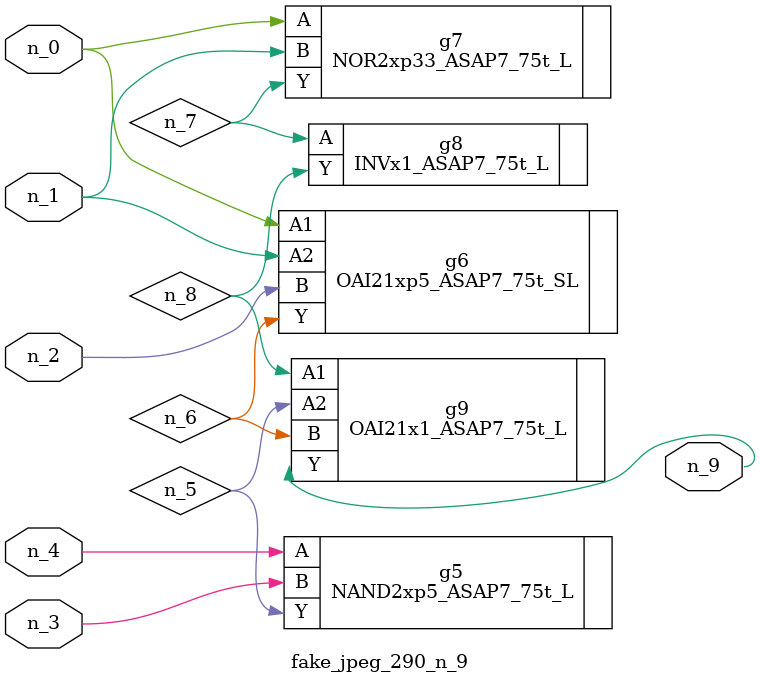
<source format=v>
module fake_jpeg_290_n_9 (n_3, n_2, n_1, n_0, n_4, n_9);

input n_3;
input n_2;
input n_1;
input n_0;
input n_4;

output n_9;

wire n_8;
wire n_6;
wire n_5;
wire n_7;

NAND2xp5_ASAP7_75t_L g5 ( 
.A(n_4),
.B(n_3),
.Y(n_5)
);

OAI21xp5_ASAP7_75t_SL g6 ( 
.A1(n_0),
.A2(n_1),
.B(n_2),
.Y(n_6)
);

NOR2xp33_ASAP7_75t_L g7 ( 
.A(n_0),
.B(n_1),
.Y(n_7)
);

INVx1_ASAP7_75t_L g8 ( 
.A(n_7),
.Y(n_8)
);

OAI21x1_ASAP7_75t_L g9 ( 
.A1(n_8),
.A2(n_5),
.B(n_6),
.Y(n_9)
);


endmodule
</source>
